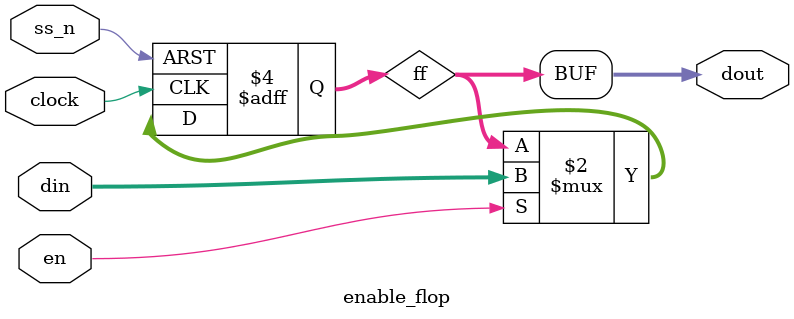
<source format=v>
module enable_flop #(parameter WIDTH = 8) (din, clock, ss_n,  dout, en);

input  [WIDTH-1:0] din;
input clock;
input ss_n;
input en;
output [WIDTH-1:0] dout;
reg    [WIDTH-1:0] ff;

always @ (posedge clock or posedge ss_n) 
		begin
		if(ss_n) 
			ff <= 0;
		else if (en) 
			ff <= din;
		end	

assign dout = ff;			
			
endmodule

</source>
